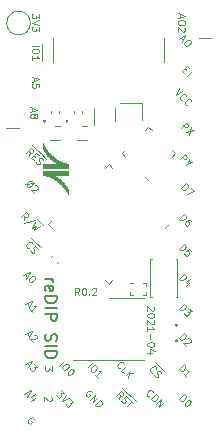
<source format=gbr>
G04 #@! TF.GenerationSoftware,KiCad,Pcbnew,5.1.9-1.fc33*
G04 #@! TF.CreationDate,2021-04-21T19:27:04+02:00*
G04 #@! TF.ProjectId,reDIP-SID,72654449-502d-4534-9944-2e6b69636164,0.2*
G04 #@! TF.SameCoordinates,PX5e28010PY8011a50*
G04 #@! TF.FileFunction,Legend,Top*
G04 #@! TF.FilePolarity,Positive*
%FSLAX46Y46*%
G04 Gerber Fmt 4.6, Leading zero omitted, Abs format (unit mm)*
G04 Created by KiCad (PCBNEW 5.1.9-1.fc33) date 2021-04-21 19:27:04*
%MOMM*%
%LPD*%
G01*
G04 APERTURE LIST*
%ADD10C,0.120000*%
%ADD11C,0.200000*%
%ADD12C,0.100000*%
G04 APERTURE END LIST*
D10*
X6421428Y11268572D02*
X6221428Y11554286D01*
X6078571Y11268572D02*
X6078571Y11868572D01*
X6307142Y11868572D01*
X6364285Y11840000D01*
X6392857Y11811429D01*
X6421428Y11754286D01*
X6421428Y11668572D01*
X6392857Y11611429D01*
X6364285Y11582858D01*
X6307142Y11554286D01*
X6078571Y11554286D01*
X6792857Y11868572D02*
X6850000Y11868572D01*
X6907142Y11840000D01*
X6935714Y11811429D01*
X6964285Y11754286D01*
X6992857Y11640000D01*
X6992857Y11497143D01*
X6964285Y11382858D01*
X6935714Y11325715D01*
X6907142Y11297143D01*
X6850000Y11268572D01*
X6792857Y11268572D01*
X6735714Y11297143D01*
X6707142Y11325715D01*
X6678571Y11382858D01*
X6650000Y11497143D01*
X6650000Y11640000D01*
X6678571Y11754286D01*
X6707142Y11811429D01*
X6735714Y11840000D01*
X6792857Y11868572D01*
X7250000Y11325715D02*
X7278571Y11297143D01*
X7250000Y11268572D01*
X7221428Y11297143D01*
X7250000Y11325715D01*
X7250000Y11268572D01*
X7507142Y11811429D02*
X7535714Y11840000D01*
X7592857Y11868572D01*
X7735714Y11868572D01*
X7792857Y11840000D01*
X7821428Y11811429D01*
X7850000Y11754286D01*
X7850000Y11697143D01*
X7821428Y11611429D01*
X7478571Y11268572D01*
X7850000Y11268572D01*
X12721428Y10271429D02*
X12750000Y10242858D01*
X12778571Y10185715D01*
X12778571Y10042858D01*
X12750000Y9985715D01*
X12721428Y9957143D01*
X12664285Y9928572D01*
X12607142Y9928572D01*
X12521428Y9957143D01*
X12178571Y10300000D01*
X12178571Y9928572D01*
X12778571Y9557143D02*
X12778571Y9500000D01*
X12750000Y9442858D01*
X12721428Y9414286D01*
X12664285Y9385715D01*
X12550000Y9357143D01*
X12407142Y9357143D01*
X12292857Y9385715D01*
X12235714Y9414286D01*
X12207142Y9442858D01*
X12178571Y9500000D01*
X12178571Y9557143D01*
X12207142Y9614286D01*
X12235714Y9642858D01*
X12292857Y9671429D01*
X12407142Y9700000D01*
X12550000Y9700000D01*
X12664285Y9671429D01*
X12721428Y9642858D01*
X12750000Y9614286D01*
X12778571Y9557143D01*
X12721428Y9128572D02*
X12750000Y9100000D01*
X12778571Y9042858D01*
X12778571Y8900000D01*
X12750000Y8842858D01*
X12721428Y8814286D01*
X12664285Y8785715D01*
X12607142Y8785715D01*
X12521428Y8814286D01*
X12178571Y9157143D01*
X12178571Y8785715D01*
X12178571Y8214286D02*
X12178571Y8557143D01*
X12178571Y8385715D02*
X12778571Y8385715D01*
X12692857Y8442858D01*
X12635714Y8500000D01*
X12607142Y8557143D01*
X12407142Y7957143D02*
X12407142Y7500000D01*
X12778571Y7100000D02*
X12778571Y7042858D01*
X12750000Y6985715D01*
X12721428Y6957143D01*
X12664285Y6928572D01*
X12550000Y6900000D01*
X12407142Y6900000D01*
X12292857Y6928572D01*
X12235714Y6957143D01*
X12207142Y6985715D01*
X12178571Y7042858D01*
X12178571Y7100000D01*
X12207142Y7157143D01*
X12235714Y7185715D01*
X12292857Y7214286D01*
X12407142Y7242858D01*
X12550000Y7242858D01*
X12664285Y7214286D01*
X12721428Y7185715D01*
X12750000Y7157143D01*
X12778571Y7100000D01*
X12578571Y6385715D02*
X12178571Y6385715D01*
X12807142Y6528572D02*
X12378571Y6671429D01*
X12378571Y6300000D01*
X14950000Y35042858D02*
X14950000Y34757143D01*
X14778571Y35100000D02*
X15378571Y34900000D01*
X14778571Y34700000D01*
X15378571Y34385715D02*
X15378571Y34271429D01*
X15350000Y34214286D01*
X15292857Y34157143D01*
X15178571Y34128572D01*
X14978571Y34128572D01*
X14864285Y34157143D01*
X14807142Y34214286D01*
X14778571Y34271429D01*
X14778571Y34385715D01*
X14807142Y34442858D01*
X14864285Y34500000D01*
X14978571Y34528572D01*
X15178571Y34528572D01*
X15292857Y34500000D01*
X15350000Y34442858D01*
X15378571Y34385715D01*
X15321428Y33900000D02*
X15350000Y33871429D01*
X15378571Y33814286D01*
X15378571Y33671429D01*
X15350000Y33614286D01*
X15321428Y33585715D01*
X15264285Y33557143D01*
X15207142Y33557143D01*
X15121428Y33585715D01*
X14778571Y33928572D01*
X14778571Y33557143D01*
X4011428Y2621429D02*
X4040000Y2592858D01*
X4068571Y2535715D01*
X4068571Y2392858D01*
X4040000Y2335715D01*
X4011428Y2307143D01*
X3954285Y2278572D01*
X3897142Y2278572D01*
X3811428Y2307143D01*
X3468571Y2650000D01*
X3468571Y2278572D01*
X4078571Y5220000D02*
X4078571Y4848572D01*
X3850000Y5048572D01*
X3850000Y4962858D01*
X3821428Y4905715D01*
X3792857Y4877143D01*
X3735714Y4848572D01*
X3592857Y4848572D01*
X3535714Y4877143D01*
X3507142Y4905715D01*
X3478571Y4962858D01*
X3478571Y5134286D01*
X3507142Y5191429D01*
X3535714Y5220000D01*
X4867055Y3207615D02*
X5129695Y2944975D01*
X4826649Y2924772D01*
X4887258Y2864163D01*
X4907461Y2803554D01*
X4907461Y2763148D01*
X4887258Y2702539D01*
X4786243Y2601523D01*
X4725634Y2581320D01*
X4685228Y2581320D01*
X4624619Y2601523D01*
X4503400Y2722742D01*
X4483197Y2783351D01*
X4483197Y2823757D01*
X5250913Y2823757D02*
X4968071Y2258072D01*
X5533756Y2540914D01*
X5634771Y2439899D02*
X5897411Y2177259D01*
X5594365Y2157056D01*
X5654974Y2096447D01*
X5675177Y2035838D01*
X5675177Y1995432D01*
X5654974Y1934823D01*
X5553959Y1833807D01*
X5493350Y1813604D01*
X5452944Y1813604D01*
X5392335Y1833807D01*
X5271116Y1955026D01*
X5250913Y2015635D01*
X5250913Y2056041D01*
X4723806Y5292336D02*
X5148071Y5716600D01*
X5430913Y5433757D02*
X5511725Y5352945D01*
X5531928Y5292336D01*
X5531928Y5211523D01*
X5471319Y5110508D01*
X5329898Y4969087D01*
X5228883Y4908478D01*
X5148071Y4908478D01*
X5087461Y4928681D01*
X5006649Y5009493D01*
X4986446Y5070102D01*
X4986446Y5150914D01*
X5047055Y5251929D01*
X5188477Y5393351D01*
X5289492Y5453960D01*
X5370304Y5453960D01*
X5430913Y5433757D01*
X5875380Y4989290D02*
X5915786Y4948884D01*
X5935990Y4888275D01*
X5935990Y4847868D01*
X5915786Y4787259D01*
X5855177Y4686244D01*
X5754162Y4585229D01*
X5653147Y4524620D01*
X5592538Y4504417D01*
X5552132Y4504417D01*
X5491522Y4524620D01*
X5451116Y4565026D01*
X5430913Y4625635D01*
X5430913Y4666041D01*
X5451116Y4726650D01*
X5511725Y4827665D01*
X5612741Y4928681D01*
X5713756Y4989290D01*
X5774365Y5009493D01*
X5814771Y5009493D01*
X5875380Y4989290D01*
X7518883Y3015381D02*
X7498680Y3075991D01*
X7438071Y3136600D01*
X7357258Y3177006D01*
X7276446Y3177006D01*
X7215837Y3156803D01*
X7114822Y3096194D01*
X7054213Y3035584D01*
X6993603Y2934569D01*
X6973400Y2873960D01*
X6973400Y2793148D01*
X7013806Y2712336D01*
X7054213Y2671929D01*
X7135025Y2631523D01*
X7175431Y2631523D01*
X7316852Y2772945D01*
X7236040Y2853757D01*
X7316852Y2409290D02*
X7741116Y2833554D01*
X7559289Y2166853D01*
X7983553Y2591117D01*
X7761319Y1964823D02*
X8185583Y2389087D01*
X8286599Y2288072D01*
X8327005Y2207259D01*
X8327005Y2126447D01*
X8306802Y2065838D01*
X8246193Y1964823D01*
X8185583Y1904214D01*
X8084568Y1843604D01*
X8023959Y1823401D01*
X7943147Y1823401D01*
X7862335Y1863807D01*
X7761319Y1964823D01*
X7113806Y5142336D02*
X7538071Y5566600D01*
X7820913Y5283757D02*
X7901725Y5202945D01*
X7921928Y5142336D01*
X7921928Y5061523D01*
X7861319Y4960508D01*
X7719898Y4819087D01*
X7618883Y4758478D01*
X7538071Y4758478D01*
X7477461Y4778681D01*
X7396649Y4859493D01*
X7376446Y4920102D01*
X7376446Y5000914D01*
X7437055Y5101929D01*
X7578477Y5243351D01*
X7679492Y5303960D01*
X7760304Y5303960D01*
X7820913Y5283757D01*
X7982538Y4273604D02*
X7740101Y4516041D01*
X7861319Y4394823D02*
X8285583Y4819087D01*
X8184568Y4798884D01*
X8103756Y4798884D01*
X8043147Y4819087D01*
X9845938Y5051016D02*
X9805532Y5051016D01*
X9724720Y5091422D01*
X9684314Y5131828D01*
X9643908Y5212640D01*
X9643908Y5293452D01*
X9664111Y5354062D01*
X9724720Y5455077D01*
X9785329Y5515686D01*
X9886345Y5576295D01*
X9946954Y5596498D01*
X10027766Y5596498D01*
X10108578Y5556092D01*
X10148984Y5515686D01*
X10189390Y5434874D01*
X10189390Y5394468D01*
X10189390Y4626752D02*
X9987360Y4828782D01*
X10411624Y5253046D01*
X10330812Y4485330D02*
X10755076Y4909594D01*
X10573248Y4242894D02*
X10633857Y4667158D01*
X10997512Y4667158D02*
X10512639Y4667158D01*
X10049991Y3421566D02*
X10474255Y2997302D01*
X9785735Y2470407D02*
X9846345Y2813858D01*
X9543299Y2712843D02*
X9967563Y3137107D01*
X10129187Y2975483D01*
X10149390Y2914874D01*
X10149390Y2874468D01*
X10129187Y2813858D01*
X10068578Y2753249D01*
X10007969Y2733046D01*
X9967563Y2733046D01*
X9906954Y2753249D01*
X9745329Y2914874D01*
X10474255Y2997302D02*
X10878316Y2593241D01*
X9967563Y2328985D02*
X10007969Y2248173D01*
X10108984Y2147158D01*
X10169593Y2126955D01*
X10210000Y2126955D01*
X10270609Y2147158D01*
X10311015Y2187564D01*
X10331218Y2248173D01*
X10331218Y2288579D01*
X10311015Y2349188D01*
X10250406Y2450204D01*
X10230203Y2510813D01*
X10230203Y2551219D01*
X10250406Y2611828D01*
X10290812Y2652234D01*
X10351421Y2672437D01*
X10391827Y2672437D01*
X10452436Y2652234D01*
X10553451Y2551219D01*
X10593857Y2470407D01*
X10878316Y2593241D02*
X11201565Y2269992D01*
X10735279Y2369391D02*
X10977715Y2126955D01*
X10432233Y1823909D02*
X10856497Y2248173D01*
X12831616Y5589942D02*
X13255880Y5165678D01*
X12607766Y4679188D02*
X12567360Y4679188D01*
X12486548Y4719594D01*
X12446142Y4760000D01*
X12405735Y4840813D01*
X12405735Y4921625D01*
X12425938Y4982234D01*
X12486548Y5083249D01*
X12547157Y5143858D01*
X12648172Y5204468D01*
X12708781Y5224671D01*
X12789593Y5224671D01*
X12870406Y5184265D01*
X12910812Y5143858D01*
X12951218Y5063046D01*
X12951218Y5022640D01*
X13255880Y5165678D02*
X13659941Y4761617D01*
X12749187Y4497361D02*
X12789593Y4416549D01*
X12890609Y4315533D01*
X12951218Y4295330D01*
X12991624Y4295330D01*
X13052233Y4315533D01*
X13092639Y4355939D01*
X13112842Y4416549D01*
X13112842Y4456955D01*
X13092639Y4517564D01*
X13032030Y4618579D01*
X13011827Y4679188D01*
X13011827Y4719594D01*
X13032030Y4780204D01*
X13072436Y4820610D01*
X13133045Y4840813D01*
X13173451Y4840813D01*
X13234061Y4820610D01*
X13335076Y4719594D01*
X13375482Y4638782D01*
X12335431Y2671523D02*
X12295025Y2671523D01*
X12214213Y2711929D01*
X12173806Y2752336D01*
X12133400Y2833148D01*
X12133400Y2913960D01*
X12153603Y2974569D01*
X12214213Y3075584D01*
X12274822Y3136194D01*
X12375837Y3196803D01*
X12436446Y3217006D01*
X12517258Y3217006D01*
X12598071Y3176600D01*
X12638477Y3136194D01*
X12678883Y3055381D01*
X12678883Y3014975D01*
X12476852Y2449290D02*
X12901116Y2873554D01*
X13002132Y2772539D01*
X13042538Y2691726D01*
X13042538Y2610914D01*
X13022335Y2550305D01*
X12961725Y2449290D01*
X12901116Y2388681D01*
X12800101Y2328072D01*
X12739492Y2307868D01*
X12658680Y2307868D01*
X12577867Y2348275D01*
X12476852Y2449290D01*
X12901116Y2025026D02*
X13325380Y2449290D01*
X13143553Y1782589D01*
X13567817Y2206853D01*
X14844923Y10101219D02*
X15269187Y10525483D01*
X15370203Y10424468D01*
X15410609Y10343655D01*
X15410609Y10262843D01*
X15390406Y10202234D01*
X15329796Y10101219D01*
X15269187Y10040610D01*
X15168172Y9980000D01*
X15107563Y9959797D01*
X15026751Y9959797D01*
X14945938Y10000204D01*
X14844923Y10101219D01*
X15653045Y10141625D02*
X15915685Y9878985D01*
X15612639Y9858782D01*
X15673248Y9798173D01*
X15693451Y9737564D01*
X15693451Y9697158D01*
X15673248Y9636549D01*
X15572233Y9535533D01*
X15511624Y9515330D01*
X15471218Y9515330D01*
X15410609Y9535533D01*
X15289390Y9656752D01*
X15269187Y9717361D01*
X15269187Y9757767D01*
X14864923Y12651219D02*
X15289187Y13075483D01*
X15390203Y12974468D01*
X15430609Y12893655D01*
X15430609Y12812843D01*
X15410406Y12752234D01*
X15349796Y12651219D01*
X15289187Y12590610D01*
X15188172Y12530000D01*
X15127563Y12509797D01*
X15046751Y12509797D01*
X14965938Y12550204D01*
X14864923Y12651219D01*
X15753857Y12327970D02*
X15471015Y12045127D01*
X15814467Y12590610D02*
X15410406Y12388579D01*
X15673045Y12125939D01*
X1996243Y8012336D02*
X2198274Y7810305D01*
X1834619Y7931523D02*
X2400304Y8214366D01*
X2117461Y7648681D01*
X2622538Y7911320D02*
X2662944Y7911320D01*
X2723553Y7891117D01*
X2824568Y7790102D01*
X2844771Y7729493D01*
X2844771Y7689087D01*
X2824568Y7628478D01*
X2784162Y7588072D01*
X2703350Y7547665D01*
X2218477Y7547665D01*
X2481116Y7285026D01*
X1966243Y5502336D02*
X2168274Y5300305D01*
X1804619Y5421523D02*
X2370304Y5704366D01*
X2087461Y5138681D01*
X2612741Y5461929D02*
X2875380Y5199290D01*
X2572335Y5179087D01*
X2632944Y5118478D01*
X2653147Y5057868D01*
X2653147Y5017462D01*
X2632944Y4956853D01*
X2531928Y4855838D01*
X2471319Y4835635D01*
X2430913Y4835635D01*
X2370304Y4855838D01*
X2249086Y4977056D01*
X2228883Y5037665D01*
X2228883Y5078072D01*
X1996243Y10552336D02*
X2198274Y10350305D01*
X1834619Y10471523D02*
X2400304Y10754366D01*
X2117461Y10188681D01*
X2481116Y9825026D02*
X2238680Y10067462D01*
X2359898Y9946244D02*
X2784162Y10370508D01*
X2683147Y10350305D01*
X2602335Y10350305D01*
X2541725Y10370508D01*
X14864923Y17721219D02*
X15289187Y18145483D01*
X15390203Y18044468D01*
X15430609Y17963655D01*
X15430609Y17882843D01*
X15410406Y17822234D01*
X15349796Y17721219D01*
X15289187Y17660610D01*
X15188172Y17600000D01*
X15127563Y17579797D01*
X15046751Y17579797D01*
X14965938Y17620204D01*
X14864923Y17721219D01*
X15895279Y17539391D02*
X15814467Y17620204D01*
X15753857Y17640407D01*
X15713451Y17640407D01*
X15612436Y17620204D01*
X15511421Y17559594D01*
X15349796Y17397970D01*
X15329593Y17337361D01*
X15329593Y17296955D01*
X15349796Y17236346D01*
X15430609Y17155533D01*
X15491218Y17135330D01*
X15531624Y17135330D01*
X15592233Y17155533D01*
X15693248Y17256549D01*
X15713451Y17317158D01*
X15713451Y17357564D01*
X15693248Y17418173D01*
X15612436Y17498985D01*
X15551827Y17519188D01*
X15511421Y17519188D01*
X15450812Y17498985D01*
X14854923Y15191219D02*
X15279187Y15615483D01*
X15380203Y15514468D01*
X15420609Y15433655D01*
X15420609Y15352843D01*
X15400406Y15292234D01*
X15339796Y15191219D01*
X15279187Y15130610D01*
X15178172Y15070000D01*
X15117563Y15049797D01*
X15036751Y15049797D01*
X14955938Y15090204D01*
X14854923Y15191219D01*
X15905482Y14989188D02*
X15703451Y15191219D01*
X15481218Y15009391D01*
X15521624Y15009391D01*
X15582233Y14989188D01*
X15683248Y14888173D01*
X15703451Y14827564D01*
X15703451Y14787158D01*
X15683248Y14726549D01*
X15582233Y14625533D01*
X15521624Y14605330D01*
X15481218Y14605330D01*
X15420609Y14625533D01*
X15319593Y14726549D01*
X15299390Y14787158D01*
X15299390Y14827564D01*
X14844923Y7621219D02*
X15269187Y8045483D01*
X15370203Y7944468D01*
X15410609Y7863655D01*
X15410609Y7782843D01*
X15390406Y7722234D01*
X15329796Y7621219D01*
X15269187Y7560610D01*
X15168172Y7500000D01*
X15107563Y7479797D01*
X15026751Y7479797D01*
X14945938Y7520204D01*
X14844923Y7621219D01*
X15632842Y7601016D02*
X15673248Y7601016D01*
X15733857Y7580813D01*
X15834873Y7479797D01*
X15855076Y7419188D01*
X15855076Y7378782D01*
X15834873Y7318173D01*
X15794467Y7277767D01*
X15713654Y7237361D01*
X15228781Y7237361D01*
X15491421Y6974721D01*
X14834923Y4981219D02*
X15259187Y5405483D01*
X15360203Y5304468D01*
X15400609Y5223655D01*
X15400609Y5142843D01*
X15380406Y5082234D01*
X15319796Y4981219D01*
X15259187Y4920610D01*
X15158172Y4860000D01*
X15097563Y4839797D01*
X15016751Y4839797D01*
X14935938Y4880204D01*
X14834923Y4981219D01*
X15481421Y4334721D02*
X15238984Y4577158D01*
X15360203Y4455939D02*
X15784467Y4880204D01*
X15683451Y4860000D01*
X15602639Y4860000D01*
X15542030Y4880204D01*
X2419687Y23991871D02*
X2843951Y23567607D01*
X2155431Y23040711D02*
X2216040Y23384163D01*
X1912994Y23283148D02*
X2337258Y23707412D01*
X2498883Y23545787D01*
X2519086Y23485178D01*
X2519086Y23444772D01*
X2498883Y23384163D01*
X2438274Y23323554D01*
X2377664Y23303351D01*
X2337258Y23303351D01*
X2276649Y23323554D01*
X2115025Y23485178D01*
X2843951Y23567607D02*
X3227809Y23183749D01*
X2559492Y23081117D02*
X2700913Y22939696D01*
X2539289Y22656853D02*
X2337258Y22858884D01*
X2761522Y23283148D01*
X2963553Y23081117D01*
X3227809Y23183749D02*
X3631870Y22779688D01*
X2721116Y22515432D02*
X2761522Y22434620D01*
X2862538Y22333604D01*
X2923147Y22313401D01*
X2963553Y22313401D01*
X3024162Y22333604D01*
X3064568Y22374010D01*
X3084771Y22434620D01*
X3084771Y22475026D01*
X3064568Y22535635D01*
X3003959Y22636650D01*
X2983756Y22697259D01*
X2983756Y22737665D01*
X3003959Y22798275D01*
X3044365Y22838681D01*
X3104974Y22858884D01*
X3145380Y22858884D01*
X3205990Y22838681D01*
X3307005Y22737665D01*
X3347411Y22656853D01*
X2601928Y20732742D02*
X1854416Y20631726D01*
X1975634Y20510508D02*
X1955431Y20571117D01*
X1955431Y20651929D01*
X2016040Y20752945D01*
X2157461Y20894366D01*
X2258477Y20954975D01*
X2339289Y20954975D01*
X2399898Y20934772D01*
X2480710Y20853960D01*
X2500913Y20793351D01*
X2500913Y20712539D01*
X2440304Y20611523D01*
X2298883Y20470102D01*
X2197867Y20409493D01*
X2117055Y20409493D01*
X2056446Y20429696D01*
X1975634Y20510508D01*
X2702944Y20550914D02*
X2743350Y20550914D01*
X2803959Y20530711D01*
X2904974Y20429696D01*
X2925177Y20369087D01*
X2925177Y20328681D01*
X2904974Y20268072D01*
X2864568Y20227665D01*
X2783756Y20187259D01*
X2298883Y20187259D01*
X2561522Y19924620D01*
X1694720Y17611422D02*
X1755329Y17954874D01*
X1452284Y17853858D02*
X1876548Y18278123D01*
X2038172Y18116498D01*
X2058375Y18055889D01*
X2058375Y18015483D01*
X2038172Y17954874D01*
X1977563Y17894265D01*
X1916954Y17874062D01*
X1876548Y17874062D01*
X1815938Y17894265D01*
X1654314Y18055889D01*
X2624061Y17571016D02*
X1714923Y17389188D01*
X2827707Y17693850D02*
X3312580Y17208977D01*
X2704873Y17449797D02*
X2381624Y16924518D01*
X2765482Y17146752D01*
X2543248Y16762894D01*
X3068528Y17086143D01*
X2341616Y16129942D02*
X2765880Y15705678D01*
X2117766Y15219188D02*
X2077360Y15219188D01*
X1996548Y15259594D01*
X1956142Y15300000D01*
X1915735Y15380813D01*
X1915735Y15461625D01*
X1935938Y15522234D01*
X1996548Y15623249D01*
X2057157Y15683858D01*
X2158172Y15744468D01*
X2218781Y15764671D01*
X2299593Y15764671D01*
X2380406Y15724265D01*
X2420812Y15683858D01*
X2461218Y15603046D01*
X2461218Y15562640D01*
X2765880Y15705678D02*
X3169941Y15301617D01*
X2259187Y15037361D02*
X2299593Y14956549D01*
X2400609Y14855533D01*
X2461218Y14835330D01*
X2501624Y14835330D01*
X2562233Y14855533D01*
X2602639Y14895939D01*
X2622842Y14956549D01*
X2622842Y14996955D01*
X2602639Y15057564D01*
X2542030Y15158579D01*
X2521827Y15219188D01*
X2521827Y15259594D01*
X2542030Y15320204D01*
X2582436Y15360610D01*
X2643045Y15380813D01*
X2683451Y15380813D01*
X2744061Y15360610D01*
X2845076Y15259594D01*
X2885482Y15178782D01*
X1816243Y13022336D02*
X2018274Y12820305D01*
X1654619Y12941523D02*
X2220304Y13224366D01*
X1937461Y12658681D01*
X2583959Y12860711D02*
X2624365Y12820305D01*
X2644568Y12759696D01*
X2644568Y12719290D01*
X2624365Y12658681D01*
X2563756Y12557665D01*
X2462741Y12456650D01*
X2361725Y12396041D01*
X2301116Y12375838D01*
X2260710Y12375838D01*
X2200101Y12396041D01*
X2159695Y12436447D01*
X2139492Y12497056D01*
X2139492Y12537462D01*
X2159695Y12598072D01*
X2220304Y12699087D01*
X2321319Y12800102D01*
X2422335Y12860711D01*
X2482944Y12880914D01*
X2523350Y12880914D01*
X2583959Y12860711D01*
X1906243Y2982336D02*
X2108274Y2780305D01*
X1744619Y2901523D02*
X2310304Y3184366D01*
X2027461Y2618681D01*
X2633553Y2578275D02*
X2350710Y2295432D01*
X2694162Y2840914D02*
X2290101Y2638884D01*
X2552741Y2376244D01*
X14844923Y2451219D02*
X15269187Y2875483D01*
X15370203Y2774468D01*
X15410609Y2693655D01*
X15410609Y2612843D01*
X15390406Y2552234D01*
X15329796Y2451219D01*
X15269187Y2390610D01*
X15168172Y2330000D01*
X15107563Y2309797D01*
X15026751Y2309797D01*
X14945938Y2350204D01*
X14844923Y2451219D01*
X15774264Y2370407D02*
X15814670Y2330000D01*
X15834873Y2269391D01*
X15834873Y2228985D01*
X15814670Y2168376D01*
X15754061Y2067361D01*
X15653045Y1966346D01*
X15552030Y1905736D01*
X15491421Y1885533D01*
X15451015Y1885533D01*
X15390406Y1905736D01*
X15350000Y1946143D01*
X15329796Y2006752D01*
X15329796Y2047158D01*
X15350000Y2107767D01*
X15410609Y2208782D01*
X15511624Y2309797D01*
X15612639Y2370407D01*
X15673248Y2390610D01*
X15713654Y2390610D01*
X15774264Y2370407D01*
X15064923Y20281219D02*
X15489187Y20705483D01*
X15590203Y20604468D01*
X15630609Y20523655D01*
X15630609Y20442843D01*
X15610406Y20382234D01*
X15549796Y20281219D01*
X15489187Y20220610D01*
X15388172Y20160000D01*
X15327563Y20139797D01*
X15246751Y20139797D01*
X15165938Y20180204D01*
X15064923Y20281219D01*
X15873045Y20321625D02*
X16155888Y20038782D01*
X15549796Y19796346D01*
X14905126Y22751016D02*
X15329390Y23175280D01*
X15491015Y23013655D01*
X15511218Y22953046D01*
X15511218Y22912640D01*
X15491015Y22852031D01*
X15430406Y22791422D01*
X15369796Y22771219D01*
X15329390Y22771219D01*
X15268781Y22791422D01*
X15107157Y22953046D01*
X15612233Y22447970D02*
X15410203Y22245939D01*
X15693045Y22811625D02*
X15612233Y22447970D01*
X15975888Y22528782D01*
X15024923Y25441219D02*
X15449187Y25865483D01*
X15610812Y25703858D01*
X15631015Y25643249D01*
X15631015Y25602843D01*
X15610812Y25542234D01*
X15550203Y25481625D01*
X15489593Y25461422D01*
X15449187Y25461422D01*
X15388578Y25481625D01*
X15226954Y25643249D01*
X15833045Y25481625D02*
X15691624Y24774518D01*
X16115888Y25198782D02*
X15408781Y25057361D01*
X17580000Y33020000D02*
X16510000Y33020000D01*
X15338375Y30442234D02*
X15479796Y30300813D01*
X15318172Y30017970D02*
X15116142Y30220000D01*
X15540406Y30644265D01*
X15742436Y30442234D01*
X15500000Y29836143D02*
X15924264Y30260407D01*
X14986040Y33032539D02*
X15188071Y32830508D01*
X14824416Y32951726D02*
X15390101Y33234569D01*
X15107258Y32668884D01*
X15753756Y32870914D02*
X15834568Y32790102D01*
X15854771Y32729493D01*
X15854771Y32648681D01*
X15794162Y32547665D01*
X15652741Y32406244D01*
X15551725Y32345635D01*
X15470913Y32345635D01*
X15410304Y32365838D01*
X15329492Y32446650D01*
X15309289Y32507259D01*
X15309289Y32588072D01*
X15369898Y32689087D01*
X15511319Y32830508D01*
X15612335Y32891117D01*
X15693147Y32891117D01*
X15753756Y32870914D01*
X2270000Y34290000D02*
G75*
G03*
X2270000Y34290000I-1000000J0D01*
G01*
X2613248Y731016D02*
X2593045Y791625D01*
X2532436Y852234D01*
X2451624Y892640D01*
X2370812Y892640D01*
X2310203Y872437D01*
X2209187Y811828D01*
X2148578Y751219D01*
X2087969Y650204D01*
X2067766Y589594D01*
X2067766Y508782D01*
X2108172Y427970D01*
X2148578Y387564D01*
X2229390Y347158D01*
X2269796Y347158D01*
X2411218Y488579D01*
X2330406Y569391D01*
X14846649Y28788021D02*
X14563806Y28222336D01*
X15129492Y28505178D01*
X15129492Y27737462D02*
X15089086Y27737462D01*
X15008274Y27777868D01*
X14967867Y27818275D01*
X14927461Y27899087D01*
X14927461Y27979899D01*
X14947664Y28040508D01*
X15008274Y28141523D01*
X15068883Y28202133D01*
X15169898Y28262742D01*
X15230507Y28282945D01*
X15311319Y28282945D01*
X15392132Y28242539D01*
X15432538Y28202133D01*
X15472944Y28121320D01*
X15472944Y28080914D01*
X15553756Y27313198D02*
X15513350Y27313198D01*
X15432538Y27353604D01*
X15392132Y27394010D01*
X15351725Y27474823D01*
X15351725Y27555635D01*
X15371928Y27616244D01*
X15432538Y27717259D01*
X15493147Y27777868D01*
X15594162Y27838478D01*
X15654771Y27858681D01*
X15735583Y27858681D01*
X15816396Y27818275D01*
X15856802Y27777868D01*
X15897208Y27697056D01*
X15897208Y27656650D01*
X1270000Y25400000D02*
X200000Y25400000D01*
X2430000Y27098572D02*
X2430000Y26812858D01*
X2258571Y27155715D02*
X2858571Y26955715D01*
X2258571Y26755715D01*
X2601428Y26470000D02*
X2630000Y26527143D01*
X2658571Y26555715D01*
X2715714Y26584286D01*
X2744285Y26584286D01*
X2801428Y26555715D01*
X2830000Y26527143D01*
X2858571Y26470000D01*
X2858571Y26355715D01*
X2830000Y26298572D01*
X2801428Y26270000D01*
X2744285Y26241429D01*
X2715714Y26241429D01*
X2658571Y26270000D01*
X2630000Y26298572D01*
X2601428Y26355715D01*
X2601428Y26470000D01*
X2572857Y26527143D01*
X2544285Y26555715D01*
X2487142Y26584286D01*
X2372857Y26584286D01*
X2315714Y26555715D01*
X2287142Y26527143D01*
X2258571Y26470000D01*
X2258571Y26355715D01*
X2287142Y26298572D01*
X2315714Y26270000D01*
X2372857Y26241429D01*
X2487142Y26241429D01*
X2544285Y26270000D01*
X2572857Y26298572D01*
X2601428Y26355715D01*
X2570000Y29668572D02*
X2570000Y29382858D01*
X2398571Y29725715D02*
X2998571Y29525715D01*
X2398571Y29325715D01*
X2998571Y28840000D02*
X2998571Y29125715D01*
X2712857Y29154286D01*
X2741428Y29125715D01*
X2770000Y29068572D01*
X2770000Y28925715D01*
X2741428Y28868572D01*
X2712857Y28840000D01*
X2655714Y28811429D01*
X2512857Y28811429D01*
X2455714Y28840000D01*
X2427142Y28868572D01*
X2398571Y28925715D01*
X2398571Y29068572D01*
X2427142Y29125715D01*
X2455714Y29154286D01*
X3258000Y32522858D02*
X3258000Y32237143D01*
X2398571Y32380000D02*
X2998571Y32380000D01*
X3258000Y32237143D02*
X3258000Y31608572D01*
X2998571Y31980000D02*
X2998571Y31865715D01*
X2970000Y31808572D01*
X2912857Y31751429D01*
X2798571Y31722858D01*
X2598571Y31722858D01*
X2484285Y31751429D01*
X2427142Y31808572D01*
X2398571Y31865715D01*
X2398571Y31980000D01*
X2427142Y32037143D01*
X2484285Y32094286D01*
X2598571Y32122858D01*
X2798571Y32122858D01*
X2912857Y32094286D01*
X2970000Y32037143D01*
X2998571Y31980000D01*
X3258000Y31608572D02*
X3258000Y31037143D01*
X2398571Y31151429D02*
X2398571Y31494286D01*
X2398571Y31322858D02*
X2998571Y31322858D01*
X2912857Y31380000D01*
X2855714Y31437143D01*
X2827142Y31494286D01*
X2998571Y35062858D02*
X2998571Y34691429D01*
X2770000Y34891429D01*
X2770000Y34805715D01*
X2741428Y34748572D01*
X2712857Y34720000D01*
X2655714Y34691429D01*
X2512857Y34691429D01*
X2455714Y34720000D01*
X2427142Y34748572D01*
X2398571Y34805715D01*
X2398571Y34977143D01*
X2427142Y35034286D01*
X2455714Y35062858D01*
X2998571Y34520000D02*
X2398571Y34320000D01*
X2998571Y34120000D01*
X2998571Y33977143D02*
X2998571Y33605715D01*
X2770000Y33805715D01*
X2770000Y33720000D01*
X2741428Y33662858D01*
X2712857Y33634286D01*
X2655714Y33605715D01*
X2512857Y33605715D01*
X2455714Y33634286D01*
X2427142Y33662858D01*
X2398571Y33720000D01*
X2398571Y33891429D01*
X2427142Y33948572D01*
X2455714Y33977143D01*
D11*
X3517619Y12623334D02*
X4184285Y12623334D01*
X3993809Y12623334D02*
X4089047Y12575715D01*
X4136666Y12528096D01*
X4184285Y12432858D01*
X4184285Y12337620D01*
X3565238Y11623334D02*
X3517619Y11718572D01*
X3517619Y11909048D01*
X3565238Y12004286D01*
X3660476Y12051905D01*
X4041428Y12051905D01*
X4136666Y12004286D01*
X4184285Y11909048D01*
X4184285Y11718572D01*
X4136666Y11623334D01*
X4041428Y11575715D01*
X3946190Y11575715D01*
X3850952Y12051905D01*
X3517619Y11147143D02*
X4517619Y11147143D01*
X4517619Y10909048D01*
X4470000Y10766191D01*
X4374761Y10670953D01*
X4279523Y10623334D01*
X4089047Y10575715D01*
X3946190Y10575715D01*
X3755714Y10623334D01*
X3660476Y10670953D01*
X3565238Y10766191D01*
X3517619Y10909048D01*
X3517619Y11147143D01*
X3517619Y10147143D02*
X4517619Y10147143D01*
X3517619Y9670953D02*
X4517619Y9670953D01*
X4517619Y9290000D01*
X4470000Y9194762D01*
X4422380Y9147143D01*
X4327142Y9099524D01*
X4184285Y9099524D01*
X4089047Y9147143D01*
X4041428Y9194762D01*
X3993809Y9290000D01*
X3993809Y9670953D01*
X3565238Y7956667D02*
X3517619Y7813810D01*
X3517619Y7575715D01*
X3565238Y7480477D01*
X3612857Y7432858D01*
X3708095Y7385239D01*
X3803333Y7385239D01*
X3898571Y7432858D01*
X3946190Y7480477D01*
X3993809Y7575715D01*
X4041428Y7766191D01*
X4089047Y7861429D01*
X4136666Y7909048D01*
X4231904Y7956667D01*
X4327142Y7956667D01*
X4422380Y7909048D01*
X4470000Y7861429D01*
X4517619Y7766191D01*
X4517619Y7528096D01*
X4470000Y7385239D01*
X3517619Y6956667D02*
X4517619Y6956667D01*
X3517619Y6480477D02*
X4517619Y6480477D01*
X4517619Y6242381D01*
X4470000Y6099524D01*
X4374761Y6004286D01*
X4279523Y5956667D01*
X4089047Y5909048D01*
X3946190Y5909048D01*
X3755714Y5956667D01*
X3660476Y6004286D01*
X3565238Y6099524D01*
X3517619Y6242381D01*
X3517619Y6480477D01*
D10*
X10680000Y11225000D02*
X10680000Y11475000D01*
X10680000Y11225000D02*
X10930000Y11225000D01*
X12100000Y11225000D02*
X12100000Y11475000D01*
X11850000Y11225000D02*
X12100000Y11225000D01*
X12100000Y11995000D02*
X12100000Y12245000D01*
X11850000Y12245000D02*
X12100000Y12245000D01*
X10680000Y12245000D02*
X10930000Y12245000D01*
X13590000Y31020000D02*
X13590000Y33020000D01*
X4190000Y31020000D02*
X4190000Y33020000D01*
X12440000Y11100000D02*
X12440000Y14340000D01*
X12440000Y14340000D02*
X12540000Y14340000D01*
X12440000Y11100000D02*
X12540000Y11100000D01*
X14680000Y11100000D02*
X14680000Y14340000D01*
X14580000Y14340000D02*
X14680000Y14340000D01*
X14580000Y11100000D02*
X14680000Y11100000D01*
X14650000Y8770000D02*
X14580000Y8650000D01*
X14510000Y8770000D02*
X14650000Y8770000D01*
X14580000Y8650000D02*
X14510000Y8770000D01*
X14510000Y7390000D02*
X14580000Y7510000D01*
X14650000Y7390000D02*
X14510000Y7390000D01*
X14580000Y7510000D02*
X14650000Y7390000D01*
D12*
G36*
X5582045Y20109455D02*
G01*
X5552076Y20178799D01*
X5518079Y20248624D01*
X5480202Y20318754D01*
X5438599Y20389012D01*
X5393419Y20459223D01*
X5344814Y20529210D01*
X5292934Y20598796D01*
X5237930Y20667807D01*
X5179954Y20736065D01*
X5119156Y20803395D01*
X5055687Y20869620D01*
X4989698Y20934565D01*
X4921340Y20998052D01*
X4850763Y21059906D01*
X4778119Y21119951D01*
X4703559Y21178011D01*
X4627234Y21233909D01*
X4549294Y21287469D01*
X4469890Y21338515D01*
X5581481Y21338515D01*
X5581481Y21755745D01*
X3378042Y21755745D01*
X3378042Y21338515D01*
X3386228Y21338515D01*
X3466644Y21334999D01*
X3547388Y21326394D01*
X3628335Y21312908D01*
X3709362Y21294749D01*
X3790343Y21272123D01*
X3871155Y21245240D01*
X3951673Y21214306D01*
X4031772Y21179529D01*
X4111330Y21141116D01*
X4190220Y21099276D01*
X4268319Y21054216D01*
X4345502Y21006143D01*
X4421645Y20955266D01*
X4496625Y20901791D01*
X4570315Y20845927D01*
X4642593Y20787880D01*
X4713333Y20727860D01*
X4782411Y20666072D01*
X4849704Y20602726D01*
X4915086Y20538028D01*
X4978434Y20472186D01*
X5039622Y20405408D01*
X5098528Y20337901D01*
X5155025Y20269873D01*
X5208991Y20201532D01*
X5260300Y20133085D01*
X5308828Y20064740D01*
X5354451Y19996705D01*
X5397045Y19929186D01*
X5436485Y19862393D01*
X5472647Y19796532D01*
X5505407Y19731810D01*
X5534640Y19668437D01*
X5560221Y19606618D01*
X5582027Y19546563D01*
X5582208Y19577734D01*
X5582284Y19658234D01*
X5582282Y19768313D01*
X5582231Y19888223D01*
X5582156Y19998216D01*
X5582085Y20078543D01*
X5582045Y20109455D01*
G37*
G36*
X5582133Y22384960D02*
G01*
X5573931Y22384960D01*
X5493515Y22388468D01*
X5412771Y22397050D01*
X5331824Y22410498D01*
X5250797Y22428607D01*
X5169816Y22451169D01*
X5089004Y22477977D01*
X5008486Y22508826D01*
X4928387Y22543508D01*
X4848830Y22581816D01*
X4769939Y22623545D01*
X4691840Y22668486D01*
X4614657Y22716434D01*
X4538514Y22767182D01*
X4463535Y22820523D01*
X4389844Y22876250D01*
X4317567Y22934157D01*
X4246827Y22994037D01*
X4177748Y23055683D01*
X4110456Y23118888D01*
X4045073Y23183447D01*
X3981726Y23249152D01*
X3920538Y23315796D01*
X3861633Y23383173D01*
X3805135Y23451076D01*
X3751170Y23519298D01*
X3699861Y23587633D01*
X3651333Y23655874D01*
X3605711Y23723815D01*
X3563117Y23791248D01*
X3523678Y23857966D01*
X3487516Y23923764D01*
X3454757Y23988435D01*
X3425525Y24051771D01*
X3399944Y24113566D01*
X3378139Y24173614D01*
X3378269Y24137933D01*
X3378245Y24057476D01*
X3378133Y23950319D01*
X3377997Y23834539D01*
X3377906Y23728212D01*
X3377924Y23649415D01*
X3378118Y23616225D01*
X3408088Y23546862D01*
X3442087Y23476986D01*
X3479963Y23406777D01*
X3521567Y23336414D01*
X3566747Y23266078D01*
X3615352Y23195949D01*
X3667232Y23126206D01*
X3722235Y23057030D01*
X3780211Y22988601D01*
X3841008Y22921098D01*
X3904477Y22854701D01*
X3970465Y22789591D01*
X4038822Y22725948D01*
X4109398Y22663951D01*
X4182041Y22603780D01*
X4256601Y22545615D01*
X4332926Y22489637D01*
X4410866Y22436025D01*
X4490270Y22384960D01*
X3378676Y22384960D01*
X3378676Y21967730D01*
X5582133Y21966618D01*
X5582133Y22384960D01*
G37*
D10*
X8890000Y10970000D02*
X11890000Y10970000D01*
X5890000Y5750000D02*
X11890000Y5750000D01*
X6200000Y24370000D02*
X7100000Y24370000D01*
X6650000Y25570000D02*
X7100000Y25570000D01*
X3900000Y24370000D02*
X4800000Y24370000D01*
X4350000Y25570000D02*
X4800000Y25570000D01*
X13659435Y16944124D02*
X13995311Y17280000D01*
X3784689Y17280000D02*
X4120565Y16944124D01*
X4120565Y17615876D02*
X3784689Y17280000D01*
X8890000Y22385311D02*
X9225876Y22049435D01*
X8554124Y22049435D02*
X8890000Y22385311D01*
X8890000Y12174689D02*
X8554124Y12510565D01*
X9225876Y12510565D02*
X8890000Y12174689D01*
X7650000Y25650000D02*
X7650000Y27100000D01*
X9450000Y27100000D02*
X9450000Y26000000D01*
X11750000Y26100000D02*
X11750000Y27550000D01*
X11750000Y27550000D02*
X9900000Y27550000D01*
X11951802Y21291314D02*
X12270000Y20973116D01*
X12270000Y25526884D02*
X11951802Y25208686D01*
X12588198Y25208686D02*
X12270000Y25526884D01*
X14546884Y23250000D02*
X14228686Y22931802D01*
X14228686Y23568198D02*
X14546884Y23250000D01*
X9993116Y23250000D02*
X10311314Y23568198D01*
X10311314Y22931802D02*
X9993116Y23250000D01*
X3480000Y26040000D02*
X3410000Y25920000D01*
X3340000Y26040000D02*
X3480000Y26040000D01*
X3410000Y25920000D02*
X3340000Y26040000D01*
X5400000Y26040000D02*
X5330000Y25920000D01*
X5260000Y26040000D02*
X5400000Y26040000D01*
X5330000Y25920000D02*
X5260000Y26040000D01*
X6650000Y26632164D02*
X6650000Y26847836D01*
X5930000Y26632164D02*
X5930000Y26847836D01*
X4730000Y26632164D02*
X4730000Y26847836D01*
X4010000Y26632164D02*
X4010000Y26847836D01*
X4212282Y14631399D02*
X4059779Y14478896D01*
X4721399Y14122282D02*
X4568896Y13969779D01*
M02*

</source>
